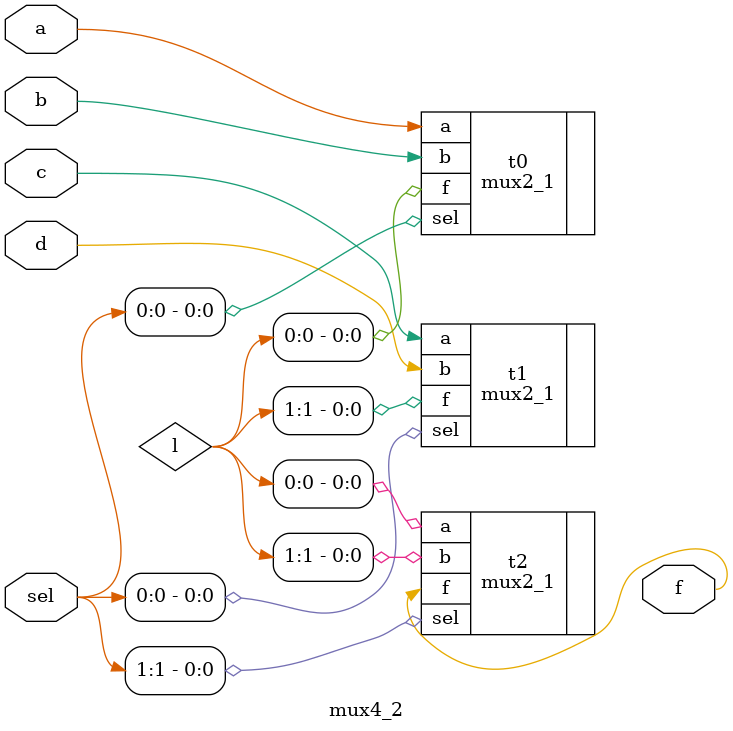
<source format=v>
module mux4_2 (
    input           a, b, c, d,
    input   [1:0]   sel,
    output          f
);
    wire    [1:0]   l;

    mux2_1 t0(.a(a), .b(b), .sel(sel[0]), .f(l[0]));
    mux2_1 t1(.a(c), .b(d), .sel(sel[0]), .f(l[1]));
    mux2_1 t2(.a(l[0]), .b(l[1]), .sel(sel[1]), .f(f));
endmodule

</source>
